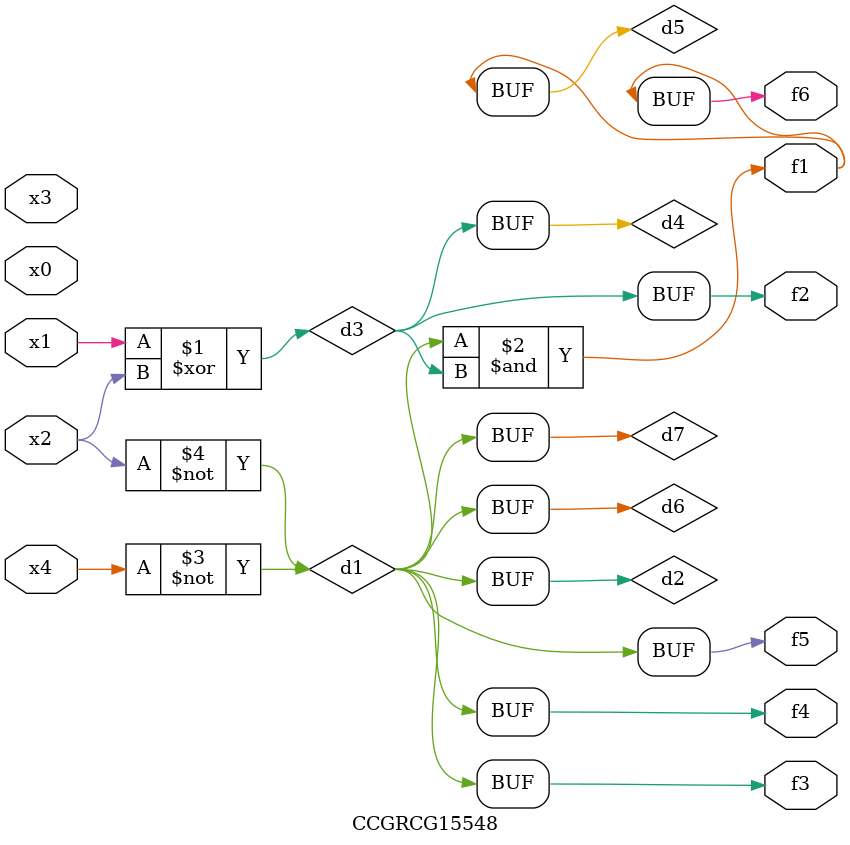
<source format=v>
module CCGRCG15548(
	input x0, x1, x2, x3, x4,
	output f1, f2, f3, f4, f5, f6
);

	wire d1, d2, d3, d4, d5, d6, d7;

	not (d1, x4);
	not (d2, x2);
	xor (d3, x1, x2);
	buf (d4, d3);
	and (d5, d1, d3);
	buf (d6, d1, d2);
	buf (d7, d2);
	assign f1 = d5;
	assign f2 = d4;
	assign f3 = d7;
	assign f4 = d7;
	assign f5 = d7;
	assign f6 = d5;
endmodule

</source>
